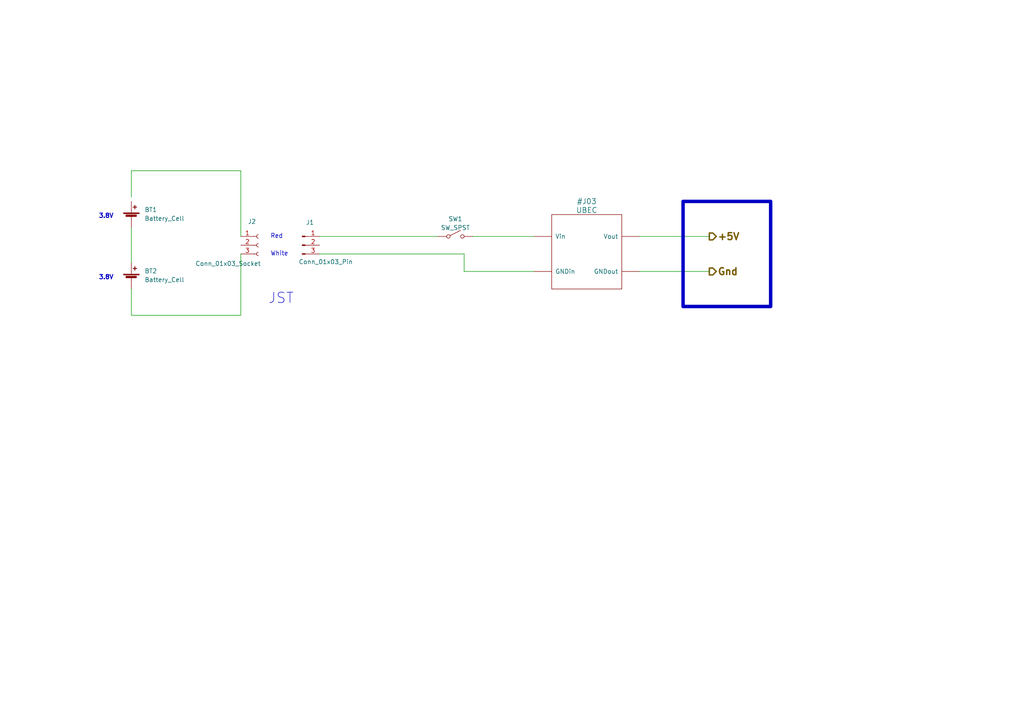
<source format=kicad_sch>
(kicad_sch (version 20250114) (generator "eeschema") (generator_version "9.0")
  (paper "A4")
  (title_block (title "mdoNotATypeWriter") (date "2025-06-08") (rev "Rev 1.0") (company "https://github.com/Mark-MDO47"))
  (lib_symbols
    (symbol "Connector:Conn_01x03_Pin" (pin_names (offset 1.016) (hide yes))
      (property "Reference" "J" (at 0 5.08 0))
      (property "Value" "Conn_01x03_Pin" (at 0 -5.08 0))
      (symbol "Conn_01x03_Pin_1_1"
        (rectangle (start 0.8636 2.667) (end 0 2.413) (stroke (width 0.1524)) (fill (type outline)))
        (rectangle (start 0.8636 0.127) (end 0 -0.127) (stroke (width 0.1524)) (fill (type outline)))
        (rectangle (start 0.8636 -2.413) (end 0 -2.667) (stroke (width 0.1524)) (fill (type outline)))
        (polyline (pts (xy 1.27 2.54) (xy 0.8636 2.54)) (stroke (width 0.1524)))
        (polyline (pts (xy 1.27 0) (xy 0.8636 0)) (stroke (width 0.1524)))
        (polyline (pts (xy 1.27 -2.54) (xy 0.8636 -2.54)) (stroke (width 0.1524)))
        (pin passive line (at 5.08 2.54 180) (length 3.81) (name "Pin_1") (number "1"))
        (pin passive line (at 5.08 0 180) (length 3.81) (name "Pin_2") (number "2"))
        (pin passive line (at 5.08 -2.54 180) (length 3.81) (name "Pin_3") (number "3"))
      )
    )
    (symbol "Connector:Conn_01x03_Socket" (pin_names (offset 1.016) (hide yes))
      (property "Reference" "J" (at 0 5.08 0))
      (property "Value" "Conn_01x03_Socket" (at 0 -5.08 0))
      (symbol "Conn_01x03_Socket_1_1"
        (polyline (pts (xy -1.27 2.54) (xy -0.508 2.54)) (stroke (width 0.1524)))
        (polyline (pts (xy -1.27 0) (xy -0.508 0)) (stroke (width 0.1524)))
        (polyline (pts (xy -1.27 -2.54) (xy -0.508 -2.54)) (stroke (width 0.1524)))
        (arc (start 0 2.032) (mid -0.5058 2.54) (end 0 3.048) (stroke (width 0.1524)))
        (arc (start 0 -0.508) (mid -0.5058 0) (end 0 0.508) (stroke (width 0.1524)))
        (arc (start 0 -3.048) (mid -0.5058 -2.54) (end 0 -2.032) (stroke (width 0.1524)))
        (pin passive line (at -5.08 2.54 0) (length 3.81) (name "Pin_1") (number "1"))
        (pin passive line (at -5.08 0 0) (length 3.81) (name "Pin_2") (number "2"))
        (pin passive line (at -5.08 -2.54 0) (length 3.81) (name "Pin_3") (number "3"))
      )
    )
    (symbol "Device:Battery_Cell" (pin_numbers (hide yes)) (pin_names (offset 0) (hide yes))
      (property "Reference" "BT" (at 2.54 2.54 0))
      (property "Value" "Battery_Cell" (at 2.54 0 0))
      (symbol "Battery_Cell_0_1"
        (rectangle (start -2.286 1.778) (end 2.286 1.524) (fill (type outline)))
        (rectangle (start -1.5748 1.1938) (end 1.4732 0.6858) (fill (type outline)))
        (polyline (pts (xy 0 1.778) (xy 0 2.54)))
        (polyline (pts (xy 0 0.762) (xy 0 0)))
        (polyline (pts (xy 0.508 3.429) (xy 1.524 3.429)) (stroke (width 0.254)))
        (polyline (pts (xy 1.016 3.937) (xy 1.016 2.921)) (stroke (width 0.254)))
      )
      (symbol "Battery_Cell_1_1"
        (pin passive line (at 0 5.08 270) (length 2.54) (name "+") (number "1"))
        (pin passive line (at 0 -2.54 90) (length 2.54) (name "-") (number "2"))
      )
    )
    (symbol "MDO:SW_SPST" (pin_names (offset 0) (hide yes))
      (property "Reference" "SW" (at 0 3.175 0))
      (property "Value" "SW_SPST" (at 0 -2.54 0))
      (symbol "SW_SPST_0_0"
        (circle (center -2.032 0) (radius 0.508))
        (polyline (pts (xy -1.524 0.254) (xy 1.524 1.778)))
        (circle (center 2.032 0) (radius 0.508))
      )
      (symbol "SW_SPST_1_1"
        (pin passive line (at -5.08 0 0) (length 2.54) (name "A") (number "~"))
        (pin passive line (at 5.08 0 180) (length 2.54) (name "B") (number "~"))
      )
    )
    (symbol "MDO:UBEC" (power) (pin_names (offset 1.016))
      (property "Reference" "J" (at 0 0 0))
      (property "Value" "UBEC" (at 0 2.54 0))
      (symbol "UBEC_0_1"
        (rectangle (start -7.62 12.7) (end 12.7 -8.89))
      )
      (symbol "UBEC_1_0"
        (pin input line (at -12.7 6.35 0) (length 5.08) (name "Vin") (number "~"))
        (pin input line (at -12.7 -3.81 0) (length 5.08) (name "GNDin") (number "~"))
        (pin input line (at 17.78 6.35 180) (length 5.08) (name "Vout") (number "~"))
        (pin input line (at 17.78 -3.81 180) (length 5.08) (name "GNDout") (number "~"))
      )
    )
  )
  (rectangle (start 198.12 58.42) (end 223.52 88.9) (stroke (width 1)))
  (text "Red" (at 80.264 68.58 0) (effects (font (size 1.27 1.27))))
  (text "JST" (at 81.534 86.614 0) (effects (font (size 3 3))))
  (text "White" (at 81.026 73.66 0) (effects (font (size 1.27 1.27))))
  (text "3.8V" (at 33.02 81.28 0) (effects (font (size 1.27 1.27) (bold yes)) (justify right bottom)))
  (text "3.8V" (at 33.02 63.5 0) (effects (font (size 1.27 1.27) (bold yes)) (justify right bottom)))
  (wire (pts (xy 38.1 49.53) (xy 69.85 49.53)))
  (wire (pts (xy 185.42 68.58) (xy 205.74 68.58)))
  (wire (pts (xy 92.71 68.58) (xy 127 68.58)))
  (wire (pts (xy 185.42 78.74) (xy 205.74 78.74)))
  (wire (pts (xy 38.1 66.04) (xy 38.1 76.2)))
  (wire (pts (xy 92.71 73.66) (xy 134.62 73.66)))
  (wire (pts (xy 134.62 73.66) (xy 134.62 78.74)))
  (wire (pts (xy 134.62 78.74) (xy 154.94 78.74)))
  (wire (pts (xy 38.1 83.82) (xy 38.1 91.44)))
  (wire (pts (xy 137.16 68.58) (xy 154.94 68.58)))
  (wire (pts (xy 69.85 49.53) (xy 69.85 68.58)))
  (wire (pts (xy 38.1 91.44) (xy 69.85 91.44)))
  (wire (pts (xy 69.85 91.44) (xy 69.85 73.66)))
  (wire (pts (xy 38.1 57.15) (xy 38.1 49.53)))
  (hierarchical_label "+5V" (shape output) (at 205.74 68.58 0) (effects (font (size 2 2) (thickness 0.4) (bold yes))))
  (hierarchical_label "Gnd" (shape output) (at 205.74 78.74 0) (effects (font (size 2 2) (thickness 0.4) (bold yes))))
  (symbol (lib_id "MDO:SW_SPST") (at 132.08 68.58 0) (unit 1)
    (property "Reference" "SW1" (at 132.08 63.5 0))
    (property "Value" "SW_SPST" (at 132.08 66.04 0))
  )
  (symbol (lib_id "MDO:UBEC") (at 167.64 74.93 0) (unit 1)
    (property "Reference" "J03" (at 170.18 58.42 0) (effects (font (size 1.524 1.524))))
    (property "Value" "UBEC" (at 170.18 60.96 0) (effects (font (size 1.524 1.524))))
  )
  (symbol (lib_id "Connector:Conn_01x03_Pin") (at 87.63 71.12 0) (unit 1)
    (property "Reference" "J1" (at 89.916 64.516 0))
    (property "Value" "Conn_01x03_Pin" (at 94.488 75.946 0))
    (property "Description" "Generic connector, single row, 01x03, script generated" (effects (hide yes)))
  )
  (symbol (lib_id "Connector:Conn_01x03_Socket") (at 74.93 71.12 0) (unit 1)
    (property "Reference" "J2" (at 71.882 64.262 0) (effects (justify left)))
    (property "Value" "Conn_01x03_Socket" (at 56.642 76.454 0) (effects (justify left)))
    (property "Description" "Generic connector, single row, 01x03, script generated" (effects (hide yes)))
  )
  (symbol (lib_id "Device:Battery_Cell") (at 38.1 63.5 0) (unit 1)
    (property "Reference" "BT1" (at 41.91 60.833 0) (effects (justify left)))
    (property "Value" "Battery_Cell" (at 41.91 63.373 0) (effects (justify left)))
  )
  (symbol (lib_id "Device:Battery_Cell") (at 38.1 81.28 0) (unit 1)
    (property "Reference" "BT2" (at 41.91 78.613 0) (effects (justify left)))
    (property "Value" "Battery_Cell" (at 41.91 81.153 0) (effects (justify left)))
  )
)
</source>
